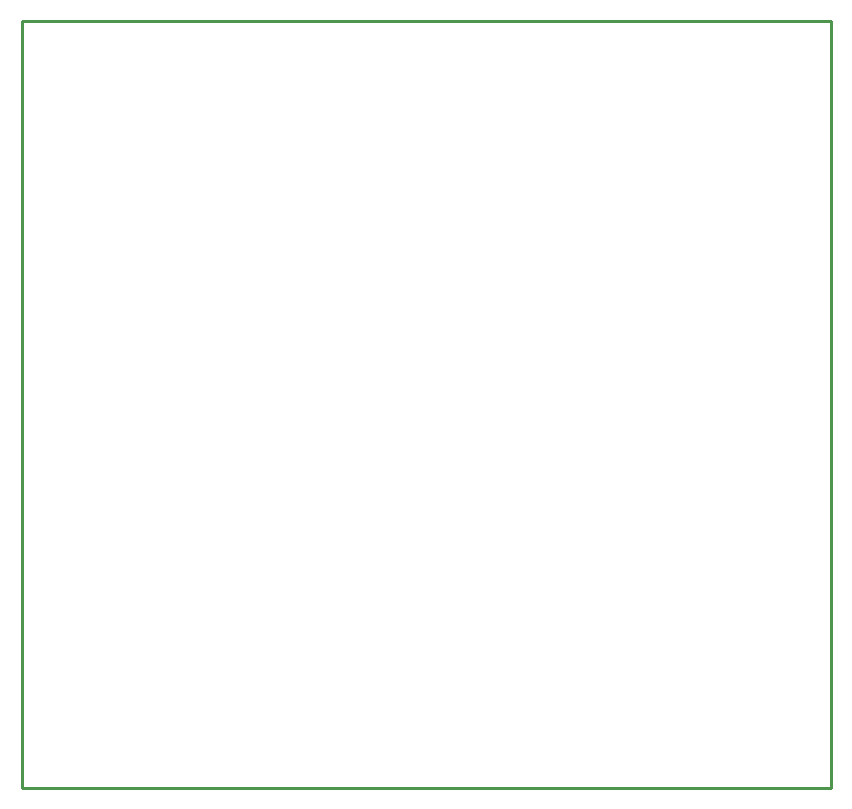
<source format=gbr>
G04 EAGLE Gerber RS-274X export*
G75*
%MOMM*%
%FSLAX34Y34*%
%LPD*%
%IN*%
%IPPOS*%
%AMOC8*
5,1,8,0,0,1.08239X$1,22.5*%
G01*
%ADD10C,0.254000*%


D10*
X0Y0D02*
X685000Y0D01*
X685000Y650000D01*
X0Y650000D01*
X0Y0D01*
M02*

</source>
